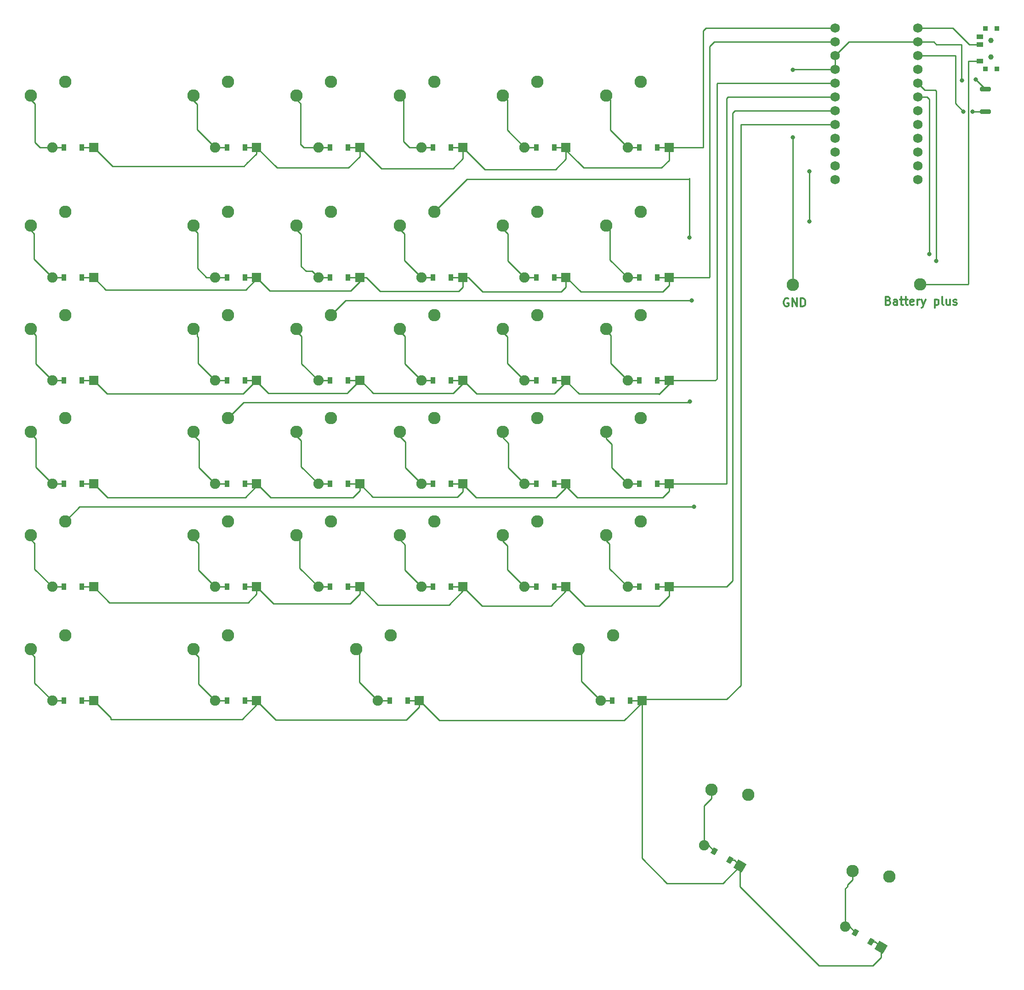
<source format=gbr>
%TF.GenerationSoftware,KiCad,Pcbnew,8.0.5*%
%TF.CreationDate,2024-10-12T19:47:22+02:00*%
%TF.ProjectId,finishedleftpcb,66696e69-7368-4656-946c-656674706362,v1.0.0*%
%TF.SameCoordinates,Original*%
%TF.FileFunction,Copper,L1,Top*%
%TF.FilePolarity,Positive*%
%FSLAX46Y46*%
G04 Gerber Fmt 4.6, Leading zero omitted, Abs format (unit mm)*
G04 Created by KiCad (PCBNEW 8.0.5) date 2024-10-12 19:47:22*
%MOMM*%
%LPD*%
G01*
G04 APERTURE LIST*
G04 Aperture macros list*
%AMRoundRect*
0 Rectangle with rounded corners*
0 $1 Rounding radius*
0 $2 $3 $4 $5 $6 $7 $8 $9 X,Y pos of 4 corners*
0 Add a 4 corners polygon primitive as box body*
4,1,4,$2,$3,$4,$5,$6,$7,$8,$9,$2,$3,0*
0 Add four circle primitives for the rounded corners*
1,1,$1+$1,$2,$3*
1,1,$1+$1,$4,$5*
1,1,$1+$1,$6,$7*
1,1,$1+$1,$8,$9*
0 Add four rect primitives between the rounded corners*
20,1,$1+$1,$2,$3,$4,$5,0*
20,1,$1+$1,$4,$5,$6,$7,0*
20,1,$1+$1,$6,$7,$8,$9,0*
20,1,$1+$1,$8,$9,$2,$3,0*%
%AMRotRect*
0 Rectangle, with rotation*
0 The origin of the aperture is its center*
0 $1 length*
0 $2 width*
0 $3 Rotation angle, in degrees counterclockwise*
0 Add horizontal line*
21,1,$1,$2,0,0,$3*%
G04 Aperture macros list end*
%ADD10C,0.300000*%
%TA.AperFunction,NonConductor*%
%ADD11C,0.300000*%
%TD*%
%TA.AperFunction,ComponentPad*%
%ADD12C,2.286000*%
%TD*%
%TA.AperFunction,ComponentPad*%
%ADD13R,1.778000X1.778000*%
%TD*%
%TA.AperFunction,SMDPad,CuDef*%
%ADD14R,0.900000X1.200000*%
%TD*%
%TA.AperFunction,ComponentPad*%
%ADD15C,1.905000*%
%TD*%
%TA.AperFunction,ComponentPad*%
%ADD16RotRect,1.778000X1.778000X150.000000*%
%TD*%
%TA.AperFunction,SMDPad,CuDef*%
%ADD17RotRect,0.900000X1.200000X150.000000*%
%TD*%
%TA.AperFunction,SMDPad,CuDef*%
%ADD18RoundRect,0.200000X0.800000X-0.200000X0.800000X0.200000X-0.800000X0.200000X-0.800000X-0.200000X0*%
%TD*%
%TA.AperFunction,ComponentPad*%
%ADD19C,1.752600*%
%TD*%
%TA.AperFunction,SMDPad,CuDef*%
%ADD20R,0.900000X0.900000*%
%TD*%
%TA.AperFunction,WasherPad*%
%ADD21C,1.000000*%
%TD*%
%TA.AperFunction,SMDPad,CuDef*%
%ADD22R,1.250000X0.900000*%
%TD*%
%TA.AperFunction,ViaPad*%
%ADD23C,0.800000*%
%TD*%
%TA.AperFunction,Conductor*%
%ADD24C,0.250000*%
%TD*%
G04 APERTURE END LIST*
D10*
D11*
X224654510Y-99715114D02*
X224868796Y-99786542D01*
X224868796Y-99786542D02*
X224940225Y-99857971D01*
X224940225Y-99857971D02*
X225011653Y-100000828D01*
X225011653Y-100000828D02*
X225011653Y-100215114D01*
X225011653Y-100215114D02*
X224940225Y-100357971D01*
X224940225Y-100357971D02*
X224868796Y-100429400D01*
X224868796Y-100429400D02*
X224725939Y-100500828D01*
X224725939Y-100500828D02*
X224154510Y-100500828D01*
X224154510Y-100500828D02*
X224154510Y-99000828D01*
X224154510Y-99000828D02*
X224654510Y-99000828D01*
X224654510Y-99000828D02*
X224797368Y-99072257D01*
X224797368Y-99072257D02*
X224868796Y-99143685D01*
X224868796Y-99143685D02*
X224940225Y-99286542D01*
X224940225Y-99286542D02*
X224940225Y-99429400D01*
X224940225Y-99429400D02*
X224868796Y-99572257D01*
X224868796Y-99572257D02*
X224797368Y-99643685D01*
X224797368Y-99643685D02*
X224654510Y-99715114D01*
X224654510Y-99715114D02*
X224154510Y-99715114D01*
X226297368Y-100500828D02*
X226297368Y-99715114D01*
X226297368Y-99715114D02*
X226225939Y-99572257D01*
X226225939Y-99572257D02*
X226083082Y-99500828D01*
X226083082Y-99500828D02*
X225797368Y-99500828D01*
X225797368Y-99500828D02*
X225654510Y-99572257D01*
X226297368Y-100429400D02*
X226154510Y-100500828D01*
X226154510Y-100500828D02*
X225797368Y-100500828D01*
X225797368Y-100500828D02*
X225654510Y-100429400D01*
X225654510Y-100429400D02*
X225583082Y-100286542D01*
X225583082Y-100286542D02*
X225583082Y-100143685D01*
X225583082Y-100143685D02*
X225654510Y-100000828D01*
X225654510Y-100000828D02*
X225797368Y-99929400D01*
X225797368Y-99929400D02*
X226154510Y-99929400D01*
X226154510Y-99929400D02*
X226297368Y-99857971D01*
X226797368Y-99500828D02*
X227368796Y-99500828D01*
X227011653Y-99000828D02*
X227011653Y-100286542D01*
X227011653Y-100286542D02*
X227083082Y-100429400D01*
X227083082Y-100429400D02*
X227225939Y-100500828D01*
X227225939Y-100500828D02*
X227368796Y-100500828D01*
X227654511Y-99500828D02*
X228225939Y-99500828D01*
X227868796Y-99000828D02*
X227868796Y-100286542D01*
X227868796Y-100286542D02*
X227940225Y-100429400D01*
X227940225Y-100429400D02*
X228083082Y-100500828D01*
X228083082Y-100500828D02*
X228225939Y-100500828D01*
X229297368Y-100429400D02*
X229154511Y-100500828D01*
X229154511Y-100500828D02*
X228868797Y-100500828D01*
X228868797Y-100500828D02*
X228725939Y-100429400D01*
X228725939Y-100429400D02*
X228654511Y-100286542D01*
X228654511Y-100286542D02*
X228654511Y-99715114D01*
X228654511Y-99715114D02*
X228725939Y-99572257D01*
X228725939Y-99572257D02*
X228868797Y-99500828D01*
X228868797Y-99500828D02*
X229154511Y-99500828D01*
X229154511Y-99500828D02*
X229297368Y-99572257D01*
X229297368Y-99572257D02*
X229368797Y-99715114D01*
X229368797Y-99715114D02*
X229368797Y-99857971D01*
X229368797Y-99857971D02*
X228654511Y-100000828D01*
X230011653Y-100500828D02*
X230011653Y-99500828D01*
X230011653Y-99786542D02*
X230083082Y-99643685D01*
X230083082Y-99643685D02*
X230154511Y-99572257D01*
X230154511Y-99572257D02*
X230297368Y-99500828D01*
X230297368Y-99500828D02*
X230440225Y-99500828D01*
X230797367Y-99500828D02*
X231154510Y-100500828D01*
X231511653Y-99500828D02*
X231154510Y-100500828D01*
X231154510Y-100500828D02*
X231011653Y-100857971D01*
X231011653Y-100857971D02*
X230940224Y-100929400D01*
X230940224Y-100929400D02*
X230797367Y-101000828D01*
X233225938Y-99500828D02*
X233225938Y-101000828D01*
X233225938Y-99572257D02*
X233368796Y-99500828D01*
X233368796Y-99500828D02*
X233654510Y-99500828D01*
X233654510Y-99500828D02*
X233797367Y-99572257D01*
X233797367Y-99572257D02*
X233868796Y-99643685D01*
X233868796Y-99643685D02*
X233940224Y-99786542D01*
X233940224Y-99786542D02*
X233940224Y-100215114D01*
X233940224Y-100215114D02*
X233868796Y-100357971D01*
X233868796Y-100357971D02*
X233797367Y-100429400D01*
X233797367Y-100429400D02*
X233654510Y-100500828D01*
X233654510Y-100500828D02*
X233368796Y-100500828D01*
X233368796Y-100500828D02*
X233225938Y-100429400D01*
X234797367Y-100500828D02*
X234654510Y-100429400D01*
X234654510Y-100429400D02*
X234583081Y-100286542D01*
X234583081Y-100286542D02*
X234583081Y-99000828D01*
X236011653Y-99500828D02*
X236011653Y-100500828D01*
X235368795Y-99500828D02*
X235368795Y-100286542D01*
X235368795Y-100286542D02*
X235440224Y-100429400D01*
X235440224Y-100429400D02*
X235583081Y-100500828D01*
X235583081Y-100500828D02*
X235797367Y-100500828D01*
X235797367Y-100500828D02*
X235940224Y-100429400D01*
X235940224Y-100429400D02*
X236011653Y-100357971D01*
X236654510Y-100429400D02*
X236797367Y-100500828D01*
X236797367Y-100500828D02*
X237083081Y-100500828D01*
X237083081Y-100500828D02*
X237225938Y-100429400D01*
X237225938Y-100429400D02*
X237297367Y-100286542D01*
X237297367Y-100286542D02*
X237297367Y-100215114D01*
X237297367Y-100215114D02*
X237225938Y-100072257D01*
X237225938Y-100072257D02*
X237083081Y-100000828D01*
X237083081Y-100000828D02*
X236868796Y-100000828D01*
X236868796Y-100000828D02*
X236725938Y-99929400D01*
X236725938Y-99929400D02*
X236654510Y-99786542D01*
X236654510Y-99786542D02*
X236654510Y-99715114D01*
X236654510Y-99715114D02*
X236725938Y-99572257D01*
X236725938Y-99572257D02*
X236868796Y-99500828D01*
X236868796Y-99500828D02*
X237083081Y-99500828D01*
X237083081Y-99500828D02*
X237225938Y-99572257D01*
D10*
D11*
X206240225Y-99372257D02*
X206097368Y-99300828D01*
X206097368Y-99300828D02*
X205883082Y-99300828D01*
X205883082Y-99300828D02*
X205668796Y-99372257D01*
X205668796Y-99372257D02*
X205525939Y-99515114D01*
X205525939Y-99515114D02*
X205454510Y-99657971D01*
X205454510Y-99657971D02*
X205383082Y-99943685D01*
X205383082Y-99943685D02*
X205383082Y-100157971D01*
X205383082Y-100157971D02*
X205454510Y-100443685D01*
X205454510Y-100443685D02*
X205525939Y-100586542D01*
X205525939Y-100586542D02*
X205668796Y-100729400D01*
X205668796Y-100729400D02*
X205883082Y-100800828D01*
X205883082Y-100800828D02*
X206025939Y-100800828D01*
X206025939Y-100800828D02*
X206240225Y-100729400D01*
X206240225Y-100729400D02*
X206311653Y-100657971D01*
X206311653Y-100657971D02*
X206311653Y-100157971D01*
X206311653Y-100157971D02*
X206025939Y-100157971D01*
X206954510Y-100800828D02*
X206954510Y-99300828D01*
X206954510Y-99300828D02*
X207811653Y-100800828D01*
X207811653Y-100800828D02*
X207811653Y-99300828D01*
X208525939Y-100800828D02*
X208525939Y-99300828D01*
X208525939Y-99300828D02*
X208883082Y-99300828D01*
X208883082Y-99300828D02*
X209097368Y-99372257D01*
X209097368Y-99372257D02*
X209240225Y-99515114D01*
X209240225Y-99515114D02*
X209311654Y-99657971D01*
X209311654Y-99657971D02*
X209383082Y-99943685D01*
X209383082Y-99943685D02*
X209383082Y-100157971D01*
X209383082Y-100157971D02*
X209311654Y-100443685D01*
X209311654Y-100443685D02*
X209240225Y-100586542D01*
X209240225Y-100586542D02*
X209097368Y-100729400D01*
X209097368Y-100729400D02*
X208883082Y-100800828D01*
X208883082Y-100800828D02*
X208525939Y-100800828D01*
D12*
%TO.P,S58,1*%
%TO.N,P111*%
X179001601Y-59377468D03*
%TO.P,S58,2*%
%TO.N,f5_escaperow*%
X172651601Y-61917468D03*
%TD*%
%TO.P,S64,1*%
%TO.N,P111*%
X224813465Y-205828059D03*
%TO.P,S64,2*%
%TO.N,thumbkey_thumbrow*%
X218044203Y-204852763D03*
%TD*%
D13*
%TO.P,D60,1*%
%TO.N,P024*%
X108271601Y-173457468D03*
D14*
X106111601Y-173457468D03*
%TO.P,D60,2*%
%TO.N,winkey_thumbrow*%
X102811601Y-173457468D03*
D15*
X100651601Y-173457468D03*
%TD*%
D13*
%TO.P,D22,1*%
%TO.N,P020*%
X78271601Y-133457468D03*
D14*
X76111601Y-133457468D03*
%TO.P,D22,2*%
%TO.N,tabcapsshift_tab*%
X72811601Y-133457468D03*
D15*
X70651601Y-133457468D03*
%TD*%
D12*
%TO.P,S13,1*%
%TO.N,P113*%
X160001601Y-140377468D03*
%TO.P,S13,2*%
%TO.N,4rfvcol_zxcrow*%
X153651601Y-142917468D03*
%TD*%
D13*
%TO.P,D3,1*%
%TO.N,P017*%
X108271601Y-114457468D03*
D14*
X106111601Y-114457468D03*
%TO.P,D3,2*%
%TO.N,1qazcol_qwerow*%
X102811601Y-114457468D03*
D15*
X100651601Y-114457468D03*
%TD*%
D12*
%TO.P,S24,1*%
%TO.N,P031*%
X73001601Y-83377468D03*
%TO.P,S24,2*%
%TO.N,tabcapsshift_shift*%
X66651601Y-85917468D03*
%TD*%
D13*
%TO.P,D17,1*%
%TO.N,P022*%
X184271601Y-152457468D03*
D14*
X182111601Y-152457468D03*
%TO.P,D17,2*%
%TO.N,5tgbcol_zxcrow*%
X178811601Y-152457468D03*
D15*
X176651601Y-152457468D03*
%TD*%
D12*
%TO.P,S1,1*%
%TO.N,P029*%
X103001601Y-140377468D03*
%TO.P,S1,2*%
%TO.N,1qazcol_zxcrow*%
X96651601Y-142917468D03*
%TD*%
%TO.P,S54,1*%
%TO.N,P029*%
X103001601Y-59377468D03*
%TO.P,S54,2*%
%TO.N,f1_escaperow*%
X96651601Y-61917468D03*
%TD*%
D13*
%TO.P,D12,1*%
%TO.N,P008*%
X146271601Y-95457468D03*
D14*
X144111601Y-95457468D03*
%TO.P,D12,2*%
%TO.N,3edccol_numberrow*%
X140811601Y-95457468D03*
D15*
X138651601Y-95457468D03*
%TD*%
D12*
%TO.P,S15,1*%
%TO.N,P113*%
X160001601Y-102377468D03*
%TO.P,S15,2*%
%TO.N,4rfvcol_qwerow*%
X153651601Y-104917468D03*
%TD*%
%TO.P,S23,1*%
%TO.N,P031*%
X73001601Y-102377468D03*
%TO.P,S23,2*%
%TO.N,tabcapsshift_caps*%
X66651601Y-104917468D03*
%TD*%
%TO.P,S11,1*%
%TO.N,P115*%
X141001601Y-102377468D03*
%TO.P,S11,2*%
%TO.N,3edccol_qwerow*%
X134651601Y-104917468D03*
%TD*%
D13*
%TO.P,D20,1*%
%TO.N,P008*%
X184271601Y-95457468D03*
D14*
X182111601Y-95457468D03*
%TO.P,D20,2*%
%TO.N,5tgbcol_numberrow*%
X178811601Y-95457468D03*
D15*
X176651601Y-95457468D03*
%TD*%
D12*
%TO.P,S16,1*%
%TO.N,P113*%
X160001601Y-83377468D03*
%TO.P,S16,2*%
%TO.N,4rfvcol_numberrow*%
X153651601Y-85917468D03*
%TD*%
%TO.P,,1*%
%TO.N,batteryplus*%
X230500000Y-96700000D03*
%TD*%
D13*
%TO.P,D23,1*%
%TO.N,P017*%
X78271601Y-114457468D03*
D14*
X76111601Y-114457468D03*
%TO.P,D23,2*%
%TO.N,tabcapsshift_caps*%
X72811601Y-114457468D03*
D15*
X70651601Y-114457468D03*
%TD*%
D13*
%TO.P,D16,1*%
%TO.N,P008*%
X165271601Y-95457468D03*
D14*
X163111601Y-95457468D03*
%TO.P,D16,2*%
%TO.N,4rfvcol_numberrow*%
X159811601Y-95457468D03*
D15*
X157651601Y-95457468D03*
%TD*%
D12*
%TO.P,S56,1*%
%TO.N,P115*%
X141001601Y-59377468D03*
%TO.P,S56,2*%
%TO.N,f3_escaperow*%
X134651601Y-61917468D03*
%TD*%
%TO.P,S17,1*%
%TO.N,P111*%
X179001601Y-140377468D03*
%TO.P,S17,2*%
%TO.N,5tgbcol_zxcrow*%
X172651601Y-142917468D03*
%TD*%
D13*
%TO.P,D61,1*%
%TO.N,P024*%
X138271601Y-173457468D03*
D14*
X136111601Y-173457468D03*
%TO.P,D61,2*%
%TO.N,alt_thumbrow*%
X132811601Y-173457468D03*
D15*
X130651601Y-173457468D03*
%TD*%
D12*
%TO.P,S7,1*%
%TO.N,P002*%
X122001601Y-102377468D03*
%TO.P,S7,2*%
%TO.N,2wsxcol_qwerow*%
X115651601Y-104917468D03*
%TD*%
%TO.P,S55,1*%
%TO.N,P002*%
X122001601Y-59377468D03*
%TO.P,S55,2*%
%TO.N,f2_escaperow*%
X115651601Y-61917468D03*
%TD*%
D13*
%TO.P,D62,1*%
%TO.N,P024*%
X179271601Y-173457468D03*
D14*
X177111601Y-173457468D03*
%TO.P,D62,2*%
%TO.N,space_thumbrow*%
X173811601Y-173457468D03*
D15*
X171651601Y-173457468D03*
%TD*%
D12*
%TO.P,S20,1*%
%TO.N,P111*%
X179001601Y-83377468D03*
%TO.P,S20,2*%
%TO.N,5tgbcol_numberrow*%
X172651601Y-85917468D03*
%TD*%
D13*
%TO.P,D58,1*%
%TO.N,P006*%
X184271601Y-71457468D03*
D14*
X182111601Y-71457468D03*
%TO.P,D58,2*%
%TO.N,f5_escaperow*%
X178811601Y-71457468D03*
D15*
X176651601Y-71457468D03*
%TD*%
D12*
%TO.P,S60,1*%
%TO.N,P029*%
X103001601Y-161377468D03*
%TO.P,S60,2*%
%TO.N,winkey_thumbrow*%
X96651601Y-163917468D03*
%TD*%
D13*
%TO.P,D5,1*%
%TO.N,P022*%
X127271601Y-152457468D03*
D14*
X125111601Y-152457468D03*
%TO.P,D5,2*%
%TO.N,2wsxcol_zxcrow*%
X121811601Y-152457468D03*
D15*
X119651601Y-152457468D03*
%TD*%
D16*
%TO.P,D63,1*%
%TO.N,P024*%
X197356657Y-203924646D03*
D17*
X195486042Y-202844646D03*
%TO.P,D63,2*%
%TO.N,ctrl2_thumbrow*%
X192628158Y-201194646D03*
D15*
X190757543Y-200114646D03*
%TD*%
D12*
%TO.P,S62,1*%
%TO.N,P115*%
X174001601Y-161377468D03*
%TO.P,S62,2*%
%TO.N,space_thumbrow*%
X167651601Y-163917468D03*
%TD*%
D13*
%TO.P,D54,1*%
%TO.N,P006*%
X108271601Y-71457468D03*
D14*
X106111601Y-71457468D03*
%TO.P,D54,2*%
%TO.N,f1_escaperow*%
X102811601Y-71457468D03*
D15*
X100651601Y-71457468D03*
%TD*%
D12*
%TO.P,S4,1*%
%TO.N,P029*%
X103001601Y-83377468D03*
%TO.P,S4,2*%
%TO.N,1qazcol_numberrow*%
X96651601Y-85917468D03*
%TD*%
D13*
%TO.P,D21,1*%
%TO.N,P022*%
X78271601Y-152457468D03*
D14*
X76111601Y-152457468D03*
%TO.P,D21,2*%
%TO.N,tabcapsshift_tylda*%
X72811601Y-152457468D03*
D15*
X70651601Y-152457468D03*
%TD*%
D12*
%TO.P,S8,1*%
%TO.N,P002*%
X122001601Y-83377468D03*
%TO.P,S8,2*%
%TO.N,2wsxcol_numberrow*%
X115651601Y-85917468D03*
%TD*%
D13*
%TO.P,D57,1*%
%TO.N,P006*%
X165271601Y-71457468D03*
D14*
X163111601Y-71457468D03*
%TO.P,D57,2*%
%TO.N,f4_escaperow*%
X159811601Y-71457468D03*
D15*
X157651601Y-71457468D03*
%TD*%
D12*
%TO.P,S21,1*%
%TO.N,P031*%
X73001601Y-140377468D03*
%TO.P,S21,2*%
%TO.N,tabcapsshift_tylda*%
X66651601Y-142917468D03*
%TD*%
%TO.P,S12,1*%
%TO.N,P115*%
X141001601Y-83377468D03*
%TO.P,S12,2*%
%TO.N,3edccol_numberrow*%
X134651601Y-85917468D03*
%TD*%
D13*
%TO.P,D59,1*%
%TO.N,P024*%
X78271601Y-173457468D03*
D14*
X76111601Y-173457468D03*
%TO.P,D59,2*%
%TO.N,ctrl_thumbrow*%
X72811601Y-173457468D03*
D15*
X70651601Y-173457468D03*
%TD*%
D18*
%TO.P,REF\u002A\u002A,1*%
%TO.N,RST*%
X242500000Y-64900000D03*
%TO.P,REF\u002A\u002A,2*%
%TO.N,GND*%
X242500000Y-60700000D03*
%TD*%
D12*
%TO.P,S3,1*%
%TO.N,P029*%
X103001601Y-102377468D03*
%TO.P,S3,2*%
%TO.N,1qazcol_qwerow*%
X96651601Y-104917468D03*
%TD*%
D13*
%TO.P,D11,1*%
%TO.N,P017*%
X146271601Y-114457468D03*
D14*
X144111601Y-114457468D03*
%TO.P,D11,2*%
%TO.N,3edccol_qwerow*%
X140811601Y-114457468D03*
D15*
X138651601Y-114457468D03*
%TD*%
D13*
%TO.P,D6,1*%
%TO.N,P020*%
X127271601Y-133457468D03*
D14*
X125111601Y-133457468D03*
%TO.P,D6,2*%
%TO.N,2wsxcol_asdrow*%
X121811601Y-133457468D03*
D15*
X119651601Y-133457468D03*
%TD*%
D19*
%TO.P,MCU1,1*%
%TO.N,P006*%
X214841601Y-49487468D03*
%TO.P,MCU1,2*%
%TO.N,P008*%
X214841601Y-52027468D03*
%TO.P,MCU1,3*%
%TO.N,GND*%
X214841601Y-54567468D03*
%TO.P,MCU1,4*%
X214841601Y-57107468D03*
%TO.P,MCU1,5*%
%TO.N,P017*%
X214841601Y-59647468D03*
%TO.P,MCU1,6*%
%TO.N,P020*%
X214841601Y-62187468D03*
%TO.P,MCU1,7*%
%TO.N,P022*%
X214841601Y-64727468D03*
%TO.P,MCU1,8*%
%TO.N,P024*%
X214841601Y-67267468D03*
%TO.P,MCU1,9*%
%TO.N,P100*%
X214841601Y-69807468D03*
%TO.P,MCU1,10*%
%TO.N,P011*%
X214841601Y-72347468D03*
%TO.P,MCU1,11*%
%TO.N,P104*%
X214841601Y-74887468D03*
%TO.P,MCU1,12*%
%TO.N,P106*%
X214841601Y-77427468D03*
%TO.P,MCU1,13*%
%TO.N,P009*%
X230081601Y-77427468D03*
%TO.P,MCU1,14*%
%TO.N,P010*%
X230081601Y-74887468D03*
%TO.P,MCU1,15*%
%TO.N,P111*%
X230081601Y-72347468D03*
%TO.P,MCU1,16*%
%TO.N,P113*%
X230081601Y-69807468D03*
%TO.P,MCU1,17*%
%TO.N,P115*%
X230081601Y-67267468D03*
%TO.P,MCU1,18*%
%TO.N,P002*%
X230081601Y-64727468D03*
%TO.P,MCU1,19*%
%TO.N,P029*%
X230081601Y-62187468D03*
%TO.P,MCU1,20*%
%TO.N,P031*%
X230081601Y-59647468D03*
%TO.P,MCU1,21*%
%TO.N,VCC*%
X230081601Y-57107468D03*
%TO.P,MCU1,22*%
%TO.N,RST*%
X230081601Y-54567468D03*
%TO.P,MCU1,23*%
%TO.N,GND*%
X230081601Y-52027468D03*
%TO.P,MCU1,24*%
%TO.N,RAW*%
X230081601Y-49487468D03*
%TD*%
D13*
%TO.P,D14,1*%
%TO.N,P020*%
X165271601Y-133457468D03*
D14*
X163111601Y-133457468D03*
%TO.P,D14,2*%
%TO.N,4rfvcol_asdrow*%
X159811601Y-133457468D03*
D15*
X157651601Y-133457468D03*
%TD*%
D12*
%TO.P,S2,1*%
%TO.N,P029*%
X103001601Y-121377468D03*
%TO.P,S2,2*%
%TO.N,1qazcol_asdrow*%
X96651601Y-123917468D03*
%TD*%
%TO.P,S10,1*%
%TO.N,P115*%
X141001601Y-121377468D03*
%TO.P,S10,2*%
%TO.N,3edccol_asdrow*%
X134651601Y-123917468D03*
%TD*%
D13*
%TO.P,D13,1*%
%TO.N,P022*%
X165271601Y-152457468D03*
D14*
X163111601Y-152457468D03*
%TO.P,D13,2*%
%TO.N,4rfvcol_zxcrow*%
X159811601Y-152457468D03*
D15*
X157651601Y-152457468D03*
%TD*%
D13*
%TO.P,D18,1*%
%TO.N,P020*%
X184271601Y-133457468D03*
D14*
X182111601Y-133457468D03*
%TO.P,D18,2*%
%TO.N,5tgbcol_asdrow*%
X178811601Y-133457468D03*
D15*
X176651601Y-133457468D03*
%TD*%
D13*
%TO.P,D4,1*%
%TO.N,P008*%
X108271601Y-95457468D03*
D14*
X106111601Y-95457468D03*
%TO.P,D4,2*%
%TO.N,1qazcol_numberrow*%
X102811601Y-95457468D03*
D15*
X100651601Y-95457468D03*
%TD*%
D12*
%TO.P,S6,1*%
%TO.N,P002*%
X122001601Y-121377468D03*
%TO.P,S6,2*%
%TO.N,2wsxcol_asdrow*%
X115651601Y-123917468D03*
%TD*%
%TO.P,S22,1*%
%TO.N,P031*%
X73001601Y-121377468D03*
%TO.P,S22,2*%
%TO.N,tabcapsshift_tab*%
X66651601Y-123917468D03*
%TD*%
D13*
%TO.P,D7,1*%
%TO.N,P017*%
X127271601Y-114457468D03*
D14*
X125111601Y-114457468D03*
%TO.P,D7,2*%
%TO.N,2wsxcol_qwerow*%
X121811601Y-114457468D03*
D15*
X119651601Y-114457468D03*
%TD*%
D12*
%TO.P,S57,1*%
%TO.N,P113*%
X160001601Y-59377468D03*
%TO.P,S57,2*%
%TO.N,f4_escaperow*%
X153651601Y-61917468D03*
%TD*%
D13*
%TO.P,D56,1*%
%TO.N,P006*%
X146271601Y-71457468D03*
D14*
X144111601Y-71457468D03*
%TO.P,D56,2*%
%TO.N,f3_escaperow*%
X140811601Y-71457468D03*
D15*
X138651601Y-71457468D03*
%TD*%
D12*
%TO.P,S63,1*%
%TO.N,P113*%
X198832703Y-190828059D03*
%TO.P,S63,2*%
%TO.N,ctrl2_thumbrow*%
X192063441Y-189852763D03*
%TD*%
%TO.P,S59,1*%
%TO.N,P031*%
X73001601Y-161377468D03*
%TO.P,S59,2*%
%TO.N,ctrl_thumbrow*%
X66651601Y-163917468D03*
%TD*%
%TO.P,S19,1*%
%TO.N,P111*%
X179001601Y-102377468D03*
%TO.P,S19,2*%
%TO.N,5tgbcol_qwerow*%
X172651601Y-104917468D03*
%TD*%
D13*
%TO.P,D15,1*%
%TO.N,P017*%
X165271601Y-114457468D03*
D14*
X163111601Y-114457468D03*
%TO.P,D15,2*%
%TO.N,4rfvcol_qwerow*%
X159811601Y-114457468D03*
D15*
X157651601Y-114457468D03*
%TD*%
D12*
%TO.P,S53,1*%
%TO.N,P031*%
X73001601Y-59377468D03*
%TO.P,S53,2*%
%TO.N,esc_escaperow*%
X66651601Y-61917468D03*
%TD*%
D13*
%TO.P,D2,1*%
%TO.N,P020*%
X108271601Y-133457468D03*
D14*
X106111601Y-133457468D03*
%TO.P,D2,2*%
%TO.N,1qazcol_asdrow*%
X102811601Y-133457468D03*
D15*
X100651601Y-133457468D03*
%TD*%
D12*
%TO.P,S18,1*%
%TO.N,P111*%
X179001601Y-121377468D03*
%TO.P,S18,2*%
%TO.N,5tgbcol_asdrow*%
X172651601Y-123917468D03*
%TD*%
D13*
%TO.P,D53,1*%
%TO.N,P006*%
X78271601Y-71457468D03*
D14*
X76111601Y-71457468D03*
%TO.P,D53,2*%
%TO.N,esc_escaperow*%
X72811601Y-71457468D03*
D15*
X70651601Y-71457468D03*
%TD*%
D16*
%TO.P,D64,1*%
%TO.N,P024*%
X223337419Y-218924646D03*
D17*
X221466804Y-217844646D03*
%TO.P,D64,2*%
%TO.N,thumbkey_thumbrow*%
X218608920Y-216194646D03*
D15*
X216738305Y-215114646D03*
%TD*%
D13*
%TO.P,D55,1*%
%TO.N,P006*%
X127271601Y-71457468D03*
D14*
X125111601Y-71457468D03*
%TO.P,D55,2*%
%TO.N,f2_escaperow*%
X121811601Y-71457468D03*
D15*
X119651601Y-71457468D03*
%TD*%
D12*
%TO.P,,1*%
%TO.N,GND*%
X207100000Y-96800000D03*
%TD*%
%TO.P,S9,1*%
%TO.N,P115*%
X141001601Y-140377468D03*
%TO.P,S9,2*%
%TO.N,3edccol_zxcrow*%
X134651601Y-142917468D03*
%TD*%
D13*
%TO.P,D24,1*%
%TO.N,P008*%
X78271601Y-95457468D03*
D14*
X76111601Y-95457468D03*
%TO.P,D24,2*%
%TO.N,tabcapsshift_shift*%
X72811601Y-95457468D03*
D15*
X70651601Y-95457468D03*
%TD*%
D12*
%TO.P,S5,1*%
%TO.N,P002*%
X122001601Y-140377468D03*
%TO.P,S5,2*%
%TO.N,2wsxcol_zxcrow*%
X115651601Y-142917468D03*
%TD*%
%TO.P,S61,1*%
%TO.N,P002*%
X133001601Y-161377468D03*
%TO.P,S61,2*%
%TO.N,alt_thumbrow*%
X126651601Y-163917468D03*
%TD*%
D13*
%TO.P,D19,1*%
%TO.N,P017*%
X184271601Y-114457468D03*
D14*
X182111601Y-114457468D03*
%TO.P,D19,2*%
%TO.N,5tgbcol_qwerow*%
X178811601Y-114457468D03*
D15*
X176651601Y-114457468D03*
%TD*%
D13*
%TO.P,D9,1*%
%TO.N,P022*%
X146271601Y-152457468D03*
D14*
X144111601Y-152457468D03*
%TO.P,D9,2*%
%TO.N,3edccol_zxcrow*%
X140811601Y-152457468D03*
D15*
X138651601Y-152457468D03*
%TD*%
D13*
%TO.P,D8,1*%
%TO.N,P008*%
X127271601Y-95457468D03*
D14*
X125111601Y-95457468D03*
%TO.P,D8,2*%
%TO.N,2wsxcol_numberrow*%
X121811601Y-95457468D03*
D15*
X119651601Y-95457468D03*
%TD*%
D13*
%TO.P,D10,1*%
%TO.N,P020*%
X146271601Y-133457468D03*
D14*
X144111601Y-133457468D03*
%TO.P,D10,2*%
%TO.N,3edccol_asdrow*%
X140811601Y-133457468D03*
D15*
X138651601Y-133457468D03*
%TD*%
D12*
%TO.P,S14,1*%
%TO.N,P113*%
X160001601Y-121377468D03*
%TO.P,S14,2*%
%TO.N,4rfvcol_asdrow*%
X153651601Y-123917468D03*
%TD*%
D13*
%TO.P,D1,1*%
%TO.N,P022*%
X108271601Y-152457468D03*
D14*
X106111601Y-152457468D03*
%TO.P,D1,2*%
%TO.N,1qazcol_zxcrow*%
X102811601Y-152457468D03*
D15*
X100651601Y-152457468D03*
%TD*%
D20*
%TO.P,T1,*%
%TO.N,*%
X242500000Y-57000000D03*
X244700000Y-57000000D03*
D21*
X243600000Y-54800000D03*
X243600000Y-51800000D03*
D20*
X242500000Y-49600000D03*
X244700000Y-49600000D03*
D22*
%TO.P,T1,1*%
%TO.N,batteryplus*%
X241525000Y-55550000D03*
%TO.P,T1,2*%
%TO.N,RAW*%
X241525000Y-52550000D03*
%TO.P,T1,3*%
%TO.N,N/C*%
X241525000Y-51050000D03*
%TD*%
D23*
%TO.N,P029*%
X188100000Y-118300000D03*
X232200000Y-91100000D03*
%TO.N,P002*%
X188400000Y-99700000D03*
%TO.N,P115*%
X188000000Y-88100000D03*
%TO.N,P113*%
X210100000Y-75900000D03*
X210100000Y-85100000D03*
%TO.N,P031*%
X233500000Y-92400000D03*
X188900000Y-137700000D03*
%TO.N,GND*%
X207100000Y-57200000D03*
X207100000Y-69600000D03*
X238200000Y-59100000D03*
X240800000Y-59000000D03*
%TO.N,RST*%
X240200000Y-64900000D03*
X238500000Y-64900000D03*
%TD*%
D24*
%TO.N,P008*%
X106111601Y-95457468D02*
X108271601Y-95457468D01*
%TO.N,P029*%
X108500000Y-118500000D02*
X187900000Y-118500000D01*
X232200000Y-63400000D02*
X232200000Y-62600000D01*
X187900000Y-118500000D02*
X188100000Y-118300000D01*
X103001601Y-121377468D02*
X105879069Y-118500000D01*
X108500000Y-118500000D02*
X108700000Y-118500000D01*
X232200000Y-62600000D02*
X231787468Y-62187468D01*
X232200000Y-91100000D02*
X232200000Y-63400000D01*
X231787468Y-62187468D02*
X230081601Y-62187468D01*
X105879069Y-118500000D02*
X108500000Y-118500000D01*
%TO.N,1qazcol_zxcrow*%
X100651601Y-152457468D02*
X102811601Y-152457468D01*
X96651601Y-143551601D02*
X97600000Y-144500000D01*
X96651601Y-142917468D02*
X96651601Y-143551601D01*
X97600000Y-144500000D02*
X97600000Y-149405867D01*
X97600000Y-149405867D02*
X100651601Y-152457468D01*
%TO.N,1qazcol_asdrow*%
X96651601Y-123917468D02*
X96651601Y-124451601D01*
X97700000Y-125500000D02*
X97700000Y-130505867D01*
X97700000Y-130505867D02*
X100651601Y-133457468D01*
X96651601Y-124451601D02*
X97700000Y-125500000D01*
X100651601Y-133457468D02*
X102811601Y-133457468D01*
%TO.N,1qazcol_qwerow*%
X97500000Y-106500000D02*
X97500000Y-111305867D01*
X100651601Y-114457468D02*
X102811601Y-114457468D01*
X97300000Y-106300000D02*
X97500000Y-106500000D01*
X96651601Y-104917468D02*
X97300000Y-105565867D01*
X97500000Y-111305867D02*
X100651601Y-114457468D01*
X97300000Y-105565867D02*
X97300000Y-106300000D01*
%TO.N,1qazcol_numberrow*%
X99057468Y-95457468D02*
X100651601Y-95457468D01*
X100651601Y-95457468D02*
X102811601Y-95457468D01*
X97400000Y-87200000D02*
X97400000Y-93800000D01*
X96651601Y-86451601D02*
X97400000Y-87200000D01*
X97400000Y-93800000D02*
X99057468Y-95457468D01*
X96651601Y-85917468D02*
X96651601Y-86451601D01*
%TO.N,P002*%
X124679069Y-99700000D02*
X188400000Y-99700000D01*
X122001601Y-102377468D02*
X124679069Y-99700000D01*
%TO.N,2wsxcol_zxcrow*%
X119651601Y-152457468D02*
X121811601Y-152457468D01*
X115651601Y-142917468D02*
X116200000Y-143465867D01*
X116200000Y-143465867D02*
X116200000Y-149005867D01*
X116200000Y-149005867D02*
X119651601Y-152457468D01*
%TO.N,2wsxcol_asdrow*%
X115651601Y-124651601D02*
X116500000Y-125500000D01*
X116500000Y-130305867D02*
X119651601Y-133457468D01*
X115651601Y-123917468D02*
X115651601Y-124651601D01*
X116500000Y-125500000D02*
X116500000Y-130305867D01*
X119651601Y-133457468D02*
X121811601Y-133457468D01*
%TO.N,2wsxcol_qwerow*%
X116600000Y-106300000D02*
X116600000Y-111405867D01*
X115651601Y-105351601D02*
X116600000Y-106300000D01*
X119651601Y-114457468D02*
X121811601Y-114457468D01*
X116600000Y-111405867D02*
X119651601Y-114457468D01*
X115651601Y-104917468D02*
X115651601Y-105351601D01*
%TO.N,2wsxcol_numberrow*%
X115651601Y-86651601D02*
X116500000Y-87500000D01*
X119651601Y-95457468D02*
X121811601Y-95457468D01*
X118494133Y-94300000D02*
X119651601Y-95457468D01*
X116500000Y-93400000D02*
X117400000Y-94300000D01*
X115651601Y-85917468D02*
X115651601Y-86651601D01*
X116500000Y-87500000D02*
X116500000Y-93400000D01*
X117400000Y-94300000D02*
X118494133Y-94300000D01*
%TO.N,P115*%
X141001601Y-83377468D02*
X147079069Y-77300000D01*
X147079069Y-77300000D02*
X147500000Y-77300000D01*
X187900000Y-77300000D02*
X188000000Y-77200000D01*
X147500000Y-77300000D02*
X187900000Y-77300000D01*
X188000000Y-77200000D02*
X188000000Y-88100000D01*
%TO.N,3edccol_zxcrow*%
X138651601Y-152457468D02*
X140811601Y-152457468D01*
X134651601Y-143751601D02*
X135600000Y-144700000D01*
X135600000Y-149405867D02*
X138651601Y-152457468D01*
X135600000Y-144700000D02*
X135600000Y-149405867D01*
X134651601Y-142917468D02*
X134651601Y-143751601D01*
%TO.N,3edccol_asdrow*%
X135700000Y-130505867D02*
X138651601Y-133457468D01*
X134651601Y-124751601D02*
X135700000Y-125800000D01*
X138651601Y-133457468D02*
X140811601Y-133457468D01*
X134651601Y-123917468D02*
X134651601Y-124751601D01*
X135700000Y-125800000D02*
X135700000Y-130505867D01*
%TO.N,3edccol_qwerow*%
X134651601Y-105351601D02*
X135600000Y-106300000D01*
X134651601Y-104917468D02*
X134651601Y-105351601D01*
X138651601Y-114457468D02*
X140811601Y-114457468D01*
X135600000Y-106300000D02*
X135600000Y-111405867D01*
X135600000Y-111405867D02*
X138651601Y-114457468D01*
%TO.N,3edccol_numberrow*%
X135500000Y-87400000D02*
X135500000Y-92305867D01*
X134651601Y-86551601D02*
X135500000Y-87400000D01*
X135500000Y-92305867D02*
X138651601Y-95457468D01*
X134651601Y-85917468D02*
X134651601Y-86551601D01*
X138651601Y-95457468D02*
X140811601Y-95457468D01*
%TO.N,P113*%
X210100000Y-75900000D02*
X210100000Y-85100000D01*
%TO.N,4rfvcol_zxcrow*%
X154500000Y-144900000D02*
X154500000Y-149305867D01*
X154500000Y-149305867D02*
X157651601Y-152457468D01*
X153651601Y-142917468D02*
X153651601Y-144051601D01*
X153651601Y-144051601D02*
X154500000Y-144900000D01*
X157651601Y-152457468D02*
X159811601Y-152457468D01*
%TO.N,4rfvcol_asdrow*%
X157651601Y-133457468D02*
X159811601Y-133457468D01*
X153651601Y-124951601D02*
X154700000Y-126000000D01*
X154700000Y-126000000D02*
X154700000Y-130505867D01*
X153651601Y-123917468D02*
X153651601Y-124951601D01*
X154700000Y-130505867D02*
X157651601Y-133457468D01*
%TO.N,4rfvcol_qwerow*%
X154500000Y-106400000D02*
X154500000Y-111305867D01*
X153651601Y-104917468D02*
X153651601Y-105551601D01*
X154500000Y-111305867D02*
X157651601Y-114457468D01*
X153651601Y-105551601D02*
X154500000Y-106400000D01*
X157651601Y-114457468D02*
X159811601Y-114457468D01*
%TO.N,4rfvcol_numberrow*%
X157651601Y-95457468D02*
X159811601Y-95457468D01*
X153651601Y-86451601D02*
X154600000Y-87400000D01*
X154600000Y-87400000D02*
X154600000Y-92405867D01*
X154600000Y-92405867D02*
X157651601Y-95457468D01*
X153651601Y-85917468D02*
X153651601Y-86451601D01*
%TO.N,5tgbcol_zxcrow*%
X172651601Y-142917468D02*
X172651601Y-143951601D01*
X172651601Y-143951601D02*
X173300000Y-144600000D01*
X173300000Y-144600000D02*
X173300000Y-149105867D01*
X176651601Y-152457468D02*
X178811601Y-152457468D01*
X173300000Y-149105867D02*
X176651601Y-152457468D01*
%TO.N,5tgbcol_asdrow*%
X176651601Y-133457468D02*
X178811601Y-133457468D01*
X172651601Y-125151601D02*
X173700000Y-126200000D01*
X173700000Y-130505867D02*
X176651601Y-133457468D01*
X172651601Y-123917468D02*
X172651601Y-125151601D01*
X173700000Y-126200000D02*
X173700000Y-130505867D01*
%TO.N,5tgbcol_qwerow*%
X173500000Y-111305867D02*
X176651601Y-114457468D01*
X173500000Y-106100000D02*
X173500000Y-111305867D01*
X172651601Y-105251601D02*
X173500000Y-106100000D01*
X176651601Y-114457468D02*
X178811601Y-114457468D01*
X172651601Y-104917468D02*
X172651601Y-105251601D01*
%TO.N,5tgbcol_numberrow*%
X173400000Y-92205867D02*
X176651601Y-95457468D01*
X173400000Y-86665867D02*
X173400000Y-92205867D01*
X172651601Y-85917468D02*
X173400000Y-86665867D01*
X176651601Y-95457468D02*
X178811601Y-95457468D01*
%TO.N,P031*%
X231334133Y-60900000D02*
X230081601Y-59647468D01*
X75679069Y-137700000D02*
X188900000Y-137700000D01*
X73001601Y-140377468D02*
X75679069Y-137700000D01*
X233500000Y-61100000D02*
X233300000Y-60900000D01*
X233300000Y-60900000D02*
X231334133Y-60900000D01*
X233500000Y-92400000D02*
X233500000Y-61100000D01*
%TO.N,tabcapsshift_tylda*%
X67400000Y-144500000D02*
X67400000Y-149205867D01*
X70651601Y-152457468D02*
X72811601Y-152457468D01*
X67400000Y-149205867D02*
X70651601Y-152457468D01*
X66651601Y-142917468D02*
X66651601Y-143751601D01*
X66651601Y-143751601D02*
X67400000Y-144500000D01*
%TO.N,tabcapsshift_tab*%
X66651601Y-124251601D02*
X67600000Y-125200000D01*
X67600000Y-130405867D02*
X70651601Y-133457468D01*
X67600000Y-125200000D02*
X67600000Y-130405867D01*
X66651601Y-123917468D02*
X66651601Y-124251601D01*
X70651601Y-133457468D02*
X72811601Y-133457468D01*
%TO.N,tabcapsshift_caps*%
X70651601Y-114457468D02*
X72811601Y-114457468D01*
X66651601Y-105151601D02*
X67600000Y-106100000D01*
X66651601Y-104917468D02*
X66651601Y-105151601D01*
X67600000Y-111405867D02*
X70651601Y-114457468D01*
X67600000Y-106100000D02*
X67600000Y-111405867D01*
%TO.N,tabcapsshift_shift*%
X70651601Y-95457468D02*
X72811601Y-95457468D01*
X67300000Y-87400000D02*
X67300000Y-92105867D01*
X66651601Y-86751601D02*
X67300000Y-87400000D01*
X67300000Y-92105867D02*
X70651601Y-95457468D01*
X66651601Y-85917468D02*
X66651601Y-86751601D01*
%TO.N,P006*%
X112071601Y-75257468D02*
X125161601Y-75257468D01*
X78271601Y-71457468D02*
X81771601Y-74957468D01*
X106111601Y-71457468D02*
X108271601Y-71457468D01*
X146271601Y-73547468D02*
X146271601Y-71457468D01*
X144461601Y-75357468D02*
X146271601Y-73547468D01*
X108271601Y-72647468D02*
X108271601Y-71457468D01*
X191074133Y-49487468D02*
X190561601Y-50000000D01*
X144111601Y-71457468D02*
X146271601Y-71457468D01*
X214841601Y-49487468D02*
X191074133Y-49487468D01*
X81771601Y-74957468D02*
X105961600Y-74957468D01*
X108271601Y-71457468D02*
X112071601Y-75257468D01*
X165271601Y-71457468D02*
X165271601Y-73647468D01*
X168561602Y-75257468D02*
X167702067Y-74397933D01*
X131261601Y-75357468D02*
X144461601Y-75357468D01*
X163111601Y-71457468D02*
X165271601Y-71457468D01*
X105961600Y-74957468D02*
X106509534Y-74409534D01*
X182111601Y-71457468D02*
X184271601Y-71457468D01*
X182861601Y-75257468D02*
X168561602Y-75257468D01*
X125111601Y-71457468D02*
X127271601Y-71457468D01*
X190561601Y-50000000D02*
X190561601Y-71457468D01*
X167702067Y-74397933D02*
X165271601Y-71967468D01*
X190561601Y-71457468D02*
X184271601Y-71457468D01*
X76111601Y-71457468D02*
X78271601Y-71457468D01*
X165271601Y-73647468D02*
X163361601Y-75557468D01*
X163361601Y-75557468D02*
X150371601Y-75557468D01*
X184271601Y-73847468D02*
X182861601Y-75257468D01*
X127271601Y-71457468D02*
X127361601Y-71457468D01*
X165271601Y-71967468D02*
X165271601Y-71457468D01*
X184271601Y-71457468D02*
X184271601Y-73847468D01*
X125161601Y-75257468D02*
X127271601Y-73147468D01*
X106509534Y-74409534D02*
X108271601Y-72647468D01*
X150371601Y-75557468D02*
X146271601Y-71457468D01*
X127271601Y-73147468D02*
X127271601Y-71457468D01*
X127361601Y-71457468D02*
X131261601Y-75357468D01*
%TO.N,P008*%
X145500000Y-98000000D02*
X146271601Y-97228399D01*
X80514133Y-97700000D02*
X106300000Y-97700000D01*
X110714133Y-97900000D02*
X125600000Y-97900000D01*
X146271601Y-95457468D02*
X147257468Y-95457468D01*
X192572532Y-52027468D02*
X191700000Y-52900000D01*
X164400000Y-98100000D02*
X165271601Y-97228399D01*
X165271601Y-95457468D02*
X165357468Y-95457468D01*
X163111601Y-95457468D02*
X165271601Y-95457468D01*
X108271601Y-95457468D02*
X110714133Y-97900000D01*
X184271601Y-96928399D02*
X184271601Y-95457468D01*
X168000000Y-98100000D02*
X183100000Y-98100000D01*
X147257468Y-95457468D02*
X149900000Y-98100000D01*
X131000000Y-98000000D02*
X145500000Y-98000000D01*
X125600000Y-97900000D02*
X127271601Y-96228399D01*
X146271601Y-97228399D02*
X146271601Y-95457468D01*
X191642532Y-95457468D02*
X184271601Y-95457468D01*
X191700000Y-95400000D02*
X191642532Y-95457468D01*
X128457468Y-95457468D02*
X131000000Y-98000000D01*
X76111601Y-95457468D02*
X78271601Y-95457468D01*
X191700000Y-52900000D02*
X191700000Y-95400000D01*
X165271601Y-97228399D02*
X165271601Y-95457468D01*
X106300000Y-97700000D02*
X108271601Y-95728399D01*
X144111601Y-95457468D02*
X146271601Y-95457468D01*
X125111601Y-95457468D02*
X127271601Y-95457468D01*
X127271601Y-96228399D02*
X127271601Y-95457468D01*
X108271601Y-95728399D02*
X108271601Y-95457468D01*
X165357468Y-95457468D02*
X168000000Y-98100000D01*
X214841601Y-52027468D02*
X192572532Y-52027468D01*
X149900000Y-98100000D02*
X164400000Y-98100000D01*
X127271601Y-95457468D02*
X128457468Y-95457468D01*
X183100000Y-98100000D02*
X184271601Y-96928399D01*
X78271601Y-95457468D02*
X80514133Y-97700000D01*
X182111601Y-95457468D02*
X184271601Y-95457468D01*
%TO.N,P017*%
X182300000Y-116900000D02*
X182400000Y-117000000D01*
X163100000Y-116900000D02*
X165271601Y-114728399D01*
X108271601Y-114571601D02*
X110500000Y-116800000D01*
X106111601Y-114457468D02*
X108271601Y-114457468D01*
X163111601Y-114457468D02*
X165271601Y-114457468D01*
X125000000Y-116729069D02*
X127271601Y-114457468D01*
X165271601Y-114457468D02*
X165271601Y-114471601D01*
X182111601Y-114457468D02*
X184271601Y-114457468D01*
X146271601Y-114457468D02*
X146357468Y-114457468D01*
X110500000Y-116800000D02*
X125000000Y-116800000D01*
X78271601Y-114457468D02*
X80714133Y-116900000D01*
X193100000Y-59700000D02*
X193100000Y-114157468D01*
X125000000Y-116800000D02*
X125000000Y-116729069D01*
X76111601Y-114457468D02*
X78271601Y-114457468D01*
X193100000Y-114157468D02*
X192800000Y-114457468D01*
X148800000Y-116900000D02*
X163100000Y-116900000D01*
X127457468Y-114457468D02*
X129800000Y-116800000D01*
X125111601Y-114457468D02*
X127271601Y-114457468D01*
X144111601Y-114457468D02*
X146271601Y-114457468D01*
X192800000Y-114457468D02*
X184271601Y-114457468D01*
X193152532Y-59647468D02*
X193100000Y-59700000D01*
X214841601Y-59647468D02*
X193152532Y-59647468D01*
X165271601Y-114471601D02*
X167700000Y-116900000D01*
X184271601Y-115128399D02*
X184271601Y-114457468D01*
X146271601Y-115028399D02*
X146271601Y-114457468D01*
X105829069Y-116900000D02*
X108271601Y-114457468D01*
X127271601Y-114457468D02*
X127457468Y-114457468D01*
X129800000Y-116800000D02*
X144500000Y-116800000D01*
X165271601Y-114728399D02*
X165271601Y-114457468D01*
X80714133Y-116900000D02*
X105829069Y-116900000D01*
X182400000Y-117000000D02*
X184271601Y-115128399D01*
X167700000Y-116900000D02*
X182300000Y-116900000D01*
X144500000Y-116800000D02*
X146271601Y-115028399D01*
X146357468Y-114457468D02*
X148800000Y-116900000D01*
X108271601Y-114457468D02*
X108271601Y-114571601D01*
%TO.N,P020*%
X144111601Y-133457468D02*
X146271601Y-133457468D01*
X195112532Y-62187468D02*
X214841601Y-62187468D01*
X148700000Y-136000000D02*
X163500000Y-136000000D01*
X127271601Y-133457468D02*
X127271601Y-133471601D01*
X165271601Y-133871601D02*
X167400000Y-136000000D01*
X127271601Y-133471601D02*
X129700000Y-135900000D01*
X146271601Y-133457468D02*
X146271601Y-133571601D01*
X145300000Y-135900000D02*
X146271601Y-134928399D01*
X194842532Y-133457468D02*
X194900000Y-133400000D01*
X106200000Y-136000000D02*
X108271601Y-133928399D01*
X194900000Y-133400000D02*
X194900000Y-62400000D01*
X78271601Y-133457468D02*
X80814133Y-136000000D01*
X108357468Y-133457468D02*
X110900000Y-136000000D01*
X106111601Y-133457468D02*
X108271601Y-133457468D01*
X110900000Y-136000000D02*
X126000000Y-136000000D01*
X146271601Y-133571601D02*
X148700000Y-136000000D01*
X125111601Y-133457468D02*
X127271601Y-133457468D01*
X182111601Y-133457468D02*
X184271601Y-133457468D01*
X184271601Y-134828399D02*
X184271601Y-133457468D01*
X163500000Y-136000000D02*
X165271601Y-134228399D01*
X184271601Y-133457468D02*
X194842532Y-133457468D01*
X194900000Y-62400000D02*
X195112532Y-62187468D01*
X163111601Y-133457468D02*
X165271601Y-133457468D01*
X146271601Y-134928399D02*
X146271601Y-133457468D01*
X165271601Y-133457468D02*
X165271601Y-133871601D01*
X165271601Y-134228399D02*
X165271601Y-133457468D01*
X108271601Y-133928399D02*
X108271601Y-133457468D01*
X129700000Y-135900000D02*
X145300000Y-135900000D01*
X80814133Y-136000000D02*
X106200000Y-136000000D01*
X167400000Y-136000000D02*
X183100000Y-136000000D01*
X126000000Y-136000000D02*
X127271601Y-134728399D01*
X127271601Y-134728399D02*
X127271601Y-133457468D01*
X108271601Y-133457468D02*
X108357468Y-133457468D01*
X76111601Y-133457468D02*
X78271601Y-133457468D01*
X183100000Y-136000000D02*
X184271601Y-134828399D01*
%TO.N,P022*%
X162500000Y-156000000D02*
X165271601Y-153228399D01*
X196372532Y-64727468D02*
X196000000Y-65100000D01*
X76111601Y-152457468D02*
X78271601Y-152457468D01*
X182111601Y-152457468D02*
X184271601Y-152457468D01*
X125500000Y-155600000D02*
X127271601Y-153828399D01*
X184271601Y-154128399D02*
X184271601Y-152457468D01*
X146271601Y-152471601D02*
X149800000Y-156000000D01*
X168814133Y-156000000D02*
X182400000Y-156000000D01*
X81200000Y-155400000D02*
X106700000Y-155400000D01*
X143700000Y-155800000D02*
X146271601Y-153228399D01*
X125111601Y-152457468D02*
X127271601Y-152457468D01*
X214841601Y-64727468D02*
X196372532Y-64727468D01*
X127271601Y-153828399D02*
X127271601Y-152457468D01*
X194900000Y-152457468D02*
X184271601Y-152457468D01*
X165271601Y-152457468D02*
X168814133Y-156000000D01*
X146271601Y-153228399D02*
X146271601Y-152457468D01*
X78271601Y-152457468D02*
X78271601Y-152471601D01*
X108271601Y-153828399D02*
X108271601Y-152457468D01*
X106700000Y-155400000D02*
X108271601Y-153828399D01*
X106111601Y-152457468D02*
X108271601Y-152457468D01*
X111414133Y-155600000D02*
X125500000Y-155600000D01*
X165271601Y-153228399D02*
X165271601Y-152457468D01*
X182400000Y-156000000D02*
X184271601Y-154128399D01*
X196000000Y-65100000D02*
X196000000Y-151357468D01*
X146271601Y-152457468D02*
X146271601Y-152471601D01*
X196000000Y-151357468D02*
X194900000Y-152457468D01*
X163111601Y-152457468D02*
X165271601Y-152457468D01*
X149800000Y-156000000D02*
X162500000Y-156000000D01*
X78271601Y-152471601D02*
X81200000Y-155400000D01*
X108271601Y-152457468D02*
X111414133Y-155600000D01*
X130614133Y-155800000D02*
X143700000Y-155800000D01*
X127271601Y-152457468D02*
X130614133Y-155800000D01*
X144111601Y-152457468D02*
X146271601Y-152457468D01*
%TO.N,P024*%
X179271601Y-202500000D02*
X183871601Y-207100000D01*
X197500000Y-170600000D02*
X197500000Y-67300000D01*
X177111601Y-173457468D02*
X179271601Y-173457468D01*
X176000000Y-177100000D02*
X179271601Y-173828399D01*
X194181303Y-207100000D02*
X197356657Y-203924646D01*
X138271601Y-174628399D02*
X138271601Y-173457468D01*
X179271601Y-173457468D02*
X179271601Y-173271601D01*
X108271601Y-173471601D02*
X111800000Y-177000000D01*
X179271601Y-173271601D02*
X179200000Y-173200000D01*
X105600000Y-176900000D02*
X108271601Y-174228399D01*
X81400000Y-176585867D02*
X81400000Y-176900000D01*
X197356657Y-203924646D02*
X197356657Y-207756657D01*
X197356657Y-207756657D02*
X211900000Y-222300000D01*
X179271601Y-173828399D02*
X179271601Y-173457468D01*
X211900000Y-222300000D02*
X221800000Y-222300000D01*
X81400000Y-176900000D02*
X105600000Y-176900000D01*
X106111601Y-173457468D02*
X108271601Y-173457468D01*
X222257419Y-217844646D02*
X223337419Y-218924646D01*
X136111601Y-173457468D02*
X138271601Y-173457468D01*
X223337419Y-220762581D02*
X223337419Y-218924646D01*
X196276657Y-202844646D02*
X197356657Y-203924646D01*
X194900000Y-173200000D02*
X197500000Y-170600000D01*
X221466804Y-217844646D02*
X222257419Y-217844646D01*
X179271601Y-173457468D02*
X179271601Y-202500000D01*
X197500000Y-67300000D02*
X197532532Y-67267468D01*
X135900000Y-177000000D02*
X138271601Y-174628399D01*
X183871601Y-207100000D02*
X194181303Y-207100000D01*
X142000000Y-177100000D02*
X176000000Y-177100000D01*
X76111601Y-173457468D02*
X78271601Y-173457468D01*
X195486042Y-202844646D02*
X196276657Y-202844646D01*
X179200000Y-173200000D02*
X194900000Y-173200000D01*
X111800000Y-177000000D02*
X135900000Y-177000000D01*
X108271601Y-173457468D02*
X108271601Y-173471601D01*
X138271601Y-173457468D02*
X138357468Y-173457468D01*
X221800000Y-222300000D02*
X223337419Y-220762581D01*
X138357468Y-173457468D02*
X142000000Y-177100000D01*
X197532532Y-67267468D02*
X214841601Y-67267468D01*
X108271601Y-174228399D02*
X108271601Y-173457468D01*
X78271601Y-173457468D02*
X81400000Y-176585867D01*
%TO.N,esc_escaperow*%
X67461601Y-63457468D02*
X67461601Y-70519069D01*
X66651601Y-62647468D02*
X67461601Y-63457468D01*
X68400000Y-71457468D02*
X70651601Y-71457468D01*
X66651601Y-61917468D02*
X66651601Y-62647468D01*
X70651601Y-71457468D02*
X72811601Y-71457468D01*
X67461601Y-70519069D02*
X68400000Y-71457468D01*
%TO.N,f1_escaperow*%
X100651601Y-71457468D02*
X102811601Y-71457468D01*
X97361601Y-63557468D02*
X97361601Y-68167468D01*
X97361601Y-68167468D02*
X100651601Y-71457468D01*
X96651601Y-61917468D02*
X96651601Y-62847468D01*
X96651601Y-62847468D02*
X97361601Y-63557468D01*
%TO.N,f2_escaperow*%
X116461601Y-70957468D02*
X116961601Y-71457468D01*
X116961601Y-71457468D02*
X119651601Y-71457468D01*
X119651601Y-71457468D02*
X121811601Y-71457468D01*
X115651601Y-62647468D02*
X116361601Y-63357468D01*
X115651601Y-61917468D02*
X115651601Y-62647468D01*
X116361601Y-63357468D02*
X116361601Y-70957468D01*
X116361601Y-70957468D02*
X116461601Y-70957468D01*
%TO.N,f3_escaperow*%
X138651601Y-71457468D02*
X140811601Y-71457468D01*
X135361601Y-62627468D02*
X135361601Y-70357468D01*
X134651601Y-61917468D02*
X135361601Y-62627468D01*
X135361601Y-70357468D02*
X136461601Y-71457468D01*
X136461601Y-71457468D02*
X138651601Y-71457468D01*
%TO.N,f4_escaperow*%
X153651601Y-61917468D02*
X154461601Y-62727468D01*
X157651601Y-71457468D02*
X159811601Y-71457468D01*
X154461601Y-62727468D02*
X154461601Y-68267468D01*
X154461601Y-68267468D02*
X157651601Y-71457468D01*
%TO.N,f5_escaperow*%
X173461601Y-68267468D02*
X176651601Y-71457468D01*
X176651601Y-71457468D02*
X178811601Y-71457468D01*
X173461601Y-62727468D02*
X173461601Y-68267468D01*
X172651601Y-61917468D02*
X173461601Y-62727468D01*
%TO.N,ctrl_thumbrow*%
X66651601Y-164651601D02*
X67400000Y-165400000D01*
X70651601Y-173457468D02*
X72811601Y-173457468D01*
X67400000Y-170205867D02*
X70651601Y-173457468D01*
X66651601Y-163917468D02*
X66651601Y-164651601D01*
X67400000Y-165400000D02*
X67400000Y-170205867D01*
%TO.N,winkey_thumbrow*%
X97600000Y-165400000D02*
X97600000Y-170405867D01*
X100651601Y-173457468D02*
X102811601Y-173457468D01*
X96651601Y-163917468D02*
X96651601Y-164451601D01*
X96651601Y-164451601D02*
X97600000Y-165400000D01*
X97600000Y-170405867D02*
X100651601Y-173457468D01*
%TO.N,alt_thumbrow*%
X127200000Y-164465867D02*
X127200000Y-170005867D01*
X126651601Y-163917468D02*
X126651601Y-164851601D01*
X127200000Y-170005867D02*
X130651601Y-173457468D01*
X126651601Y-163917468D02*
X127200000Y-164465867D01*
X130651601Y-173457468D02*
X132811601Y-173457468D01*
%TO.N,space_thumbrow*%
X167651601Y-163917468D02*
X168100000Y-164365867D01*
X168100000Y-169905867D02*
X171651601Y-173457468D01*
X171651601Y-173457468D02*
X173811601Y-173457468D01*
X168100000Y-164365867D02*
X168100000Y-169905867D01*
%TO.N,ctrl2_thumbrow*%
X190700000Y-193700000D02*
X190757543Y-193757543D01*
X190700000Y-192832650D02*
X190700000Y-193700000D01*
X192063441Y-189852763D02*
X192063441Y-191469209D01*
X190757543Y-193757543D02*
X190757543Y-200114646D01*
X190757543Y-200114646D02*
X191548158Y-200114646D01*
X191548158Y-200114646D02*
X192628158Y-201194646D01*
X192063441Y-191469209D02*
X190700000Y-192832650D01*
%TO.N,thumbkey_thumbrow*%
X218044203Y-206455797D02*
X217100000Y-207400000D01*
X217100000Y-207400000D02*
X217100000Y-207700000D01*
X218044203Y-204852763D02*
X218044203Y-206455797D01*
X217528920Y-215114646D02*
X218608920Y-216194646D01*
X216738305Y-215114646D02*
X217528920Y-215114646D01*
X216738305Y-208061695D02*
X216738305Y-215114646D01*
X217100000Y-207700000D02*
X216738305Y-208061695D01*
%TO.N,GND*%
X217381601Y-52027468D02*
X214841601Y-54567468D01*
X207900000Y-57107468D02*
X207192532Y-57107468D01*
X207192532Y-57107468D02*
X207100000Y-57200000D01*
X207100000Y-96800000D02*
X207100000Y-69600000D01*
X207807468Y-57107468D02*
X207900000Y-57107468D01*
X230081601Y-52027468D02*
X217381601Y-52027468D01*
X207900000Y-57107468D02*
X214841601Y-57107468D01*
X214841601Y-54567468D02*
X214841601Y-57107468D01*
X233027468Y-52027468D02*
X230081601Y-52027468D01*
X238100000Y-59000000D02*
X238100000Y-52500000D01*
X233500000Y-52500000D02*
X233027468Y-52027468D01*
X238200000Y-59100000D02*
X238100000Y-59000000D01*
X238100000Y-52500000D02*
X233500000Y-52500000D01*
X242500000Y-60700000D02*
X240800000Y-59000000D01*
%TO.N,RST*%
X237000000Y-54600000D02*
X236800000Y-54600000D01*
X237000000Y-63400000D02*
X237000000Y-54600000D01*
X242500000Y-64900000D02*
X240200000Y-64900000D01*
X238500000Y-64900000D02*
X237000000Y-63400000D01*
X236800000Y-54600000D02*
X236767468Y-54567468D01*
X236767468Y-54567468D02*
X230081601Y-54567468D01*
%TO.N,RAW*%
X241525000Y-52550000D02*
X239550000Y-52550000D01*
X230287468Y-49487468D02*
X230081601Y-49487468D01*
X230300000Y-49500000D02*
X230287468Y-49487468D01*
X239550000Y-52550000D02*
X236500000Y-49500000D01*
X236500000Y-49500000D02*
X230300000Y-49500000D01*
%TO.N,batteryplus*%
X230500000Y-96700000D02*
X239300000Y-96700000D01*
X239450000Y-55550000D02*
X241525000Y-55550000D01*
X239400000Y-96600000D02*
X239400000Y-55600000D01*
X239300000Y-96700000D02*
X239400000Y-96600000D01*
X239400000Y-55600000D02*
X239450000Y-55550000D01*
%TD*%
M02*

</source>
